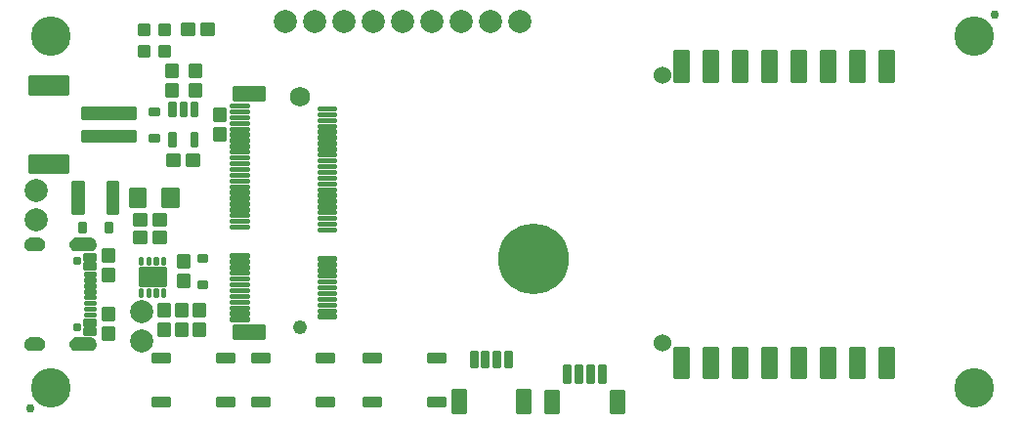
<source format=gts>
G04 EAGLE Gerber RS-274X export*
G75*
%MOMM*%
%FSLAX34Y34*%
%LPD*%
%INSoldermask Top*%
%IPPOS*%
%AMOC8*
5,1,8,0,0,1.08239X$1,22.5*%
G01*
%ADD10C,0.230578*%
%ADD11C,0.225369*%
%ADD12C,0.777000*%
%ADD13C,0.225400*%
%ADD14C,0.762000*%
%ADD15C,3.429000*%
%ADD16C,0.222250*%
%ADD17C,6.127000*%
%ADD18C,0.428259*%
%ADD19C,1.227000*%
%ADD20C,1.727000*%
%ADD21C,0.225588*%
%ADD22C,0.224509*%
%ADD23C,0.229050*%
%ADD24C,2.006600*%
%ADD25C,0.227100*%
%ADD26C,0.223409*%
%ADD27C,0.228319*%
%ADD28C,1.526997*%

G36*
X59034Y143834D02*
X59034Y143834D01*
X59037Y143831D01*
X60159Y143986D01*
X60164Y143991D01*
X60168Y143988D01*
X61239Y144359D01*
X61243Y144365D01*
X61248Y144363D01*
X62225Y144936D01*
X62228Y144942D01*
X62233Y144941D01*
X63080Y145694D01*
X63082Y145701D01*
X63087Y145701D01*
X63771Y146604D01*
X63771Y146611D01*
X63776Y146612D01*
X64271Y147631D01*
X64269Y147638D01*
X64274Y147640D01*
X64561Y148737D01*
X64559Y148741D01*
X64561Y148742D01*
X64559Y148744D01*
X64562Y148746D01*
X64629Y149877D01*
X64627Y149881D01*
X64629Y149883D01*
X64562Y151014D01*
X64557Y151019D01*
X64561Y151023D01*
X64274Y152120D01*
X64268Y152124D01*
X64271Y152129D01*
X63776Y153148D01*
X63770Y153151D01*
X63771Y153156D01*
X63087Y154059D01*
X63080Y154061D01*
X63080Y154066D01*
X62233Y154819D01*
X62226Y154819D01*
X62225Y154824D01*
X61248Y155397D01*
X61241Y155396D01*
X61239Y155401D01*
X60168Y155772D01*
X60162Y155769D01*
X60159Y155774D01*
X59037Y155929D01*
X59032Y155926D01*
X59030Y155929D01*
X47030Y155929D01*
X47025Y155926D01*
X47022Y155929D01*
X45755Y155724D01*
X45749Y155718D01*
X45745Y155721D01*
X44555Y155239D01*
X44551Y155232D01*
X44545Y155234D01*
X43492Y154500D01*
X43490Y154492D01*
X43484Y154493D01*
X42621Y153543D01*
X42620Y153534D01*
X42615Y153534D01*
X41985Y152415D01*
X41986Y152407D01*
X41980Y152405D01*
X41615Y151175D01*
X41618Y151167D01*
X41613Y151164D01*
X41531Y149883D01*
X41534Y149879D01*
X41531Y149877D01*
X41613Y148596D01*
X41619Y148590D01*
X41615Y148585D01*
X41980Y147355D01*
X41987Y147350D01*
X41985Y147345D01*
X42615Y146226D01*
X42622Y146223D01*
X42621Y146217D01*
X43484Y145267D01*
X43492Y145266D01*
X43492Y145260D01*
X44545Y144526D01*
X44553Y144526D01*
X44555Y144521D01*
X45745Y144039D01*
X45752Y144041D01*
X45755Y144036D01*
X47022Y143831D01*
X47027Y143834D01*
X47030Y143831D01*
X59030Y143831D01*
X59034Y143834D01*
G37*
G36*
X59034Y57434D02*
X59034Y57434D01*
X59037Y57431D01*
X60159Y57586D01*
X60164Y57591D01*
X60168Y57588D01*
X61239Y57959D01*
X61243Y57965D01*
X61248Y57963D01*
X62225Y58536D01*
X62228Y58542D01*
X62233Y58541D01*
X63080Y59294D01*
X63082Y59301D01*
X63087Y59301D01*
X63771Y60204D01*
X63771Y60211D01*
X63776Y60212D01*
X64271Y61231D01*
X64269Y61238D01*
X64274Y61240D01*
X64561Y62337D01*
X64559Y62341D01*
X64561Y62342D01*
X64559Y62344D01*
X64562Y62346D01*
X64629Y63477D01*
X64627Y63481D01*
X64629Y63483D01*
X64562Y64614D01*
X64557Y64619D01*
X64561Y64623D01*
X64274Y65720D01*
X64268Y65724D01*
X64271Y65729D01*
X63776Y66748D01*
X63770Y66751D01*
X63771Y66756D01*
X63087Y67659D01*
X63080Y67661D01*
X63080Y67666D01*
X62233Y68419D01*
X62226Y68419D01*
X62225Y68424D01*
X61248Y68997D01*
X61241Y68996D01*
X61239Y69001D01*
X60168Y69372D01*
X60162Y69369D01*
X60159Y69374D01*
X59037Y69529D01*
X59032Y69526D01*
X59030Y69529D01*
X47030Y69529D01*
X47025Y69526D01*
X47022Y69529D01*
X45755Y69324D01*
X45749Y69318D01*
X45745Y69321D01*
X44555Y68839D01*
X44551Y68832D01*
X44545Y68834D01*
X43492Y68100D01*
X43490Y68092D01*
X43484Y68093D01*
X42621Y67143D01*
X42620Y67134D01*
X42615Y67134D01*
X41985Y66015D01*
X41986Y66007D01*
X41980Y66005D01*
X41615Y64775D01*
X41618Y64767D01*
X41613Y64764D01*
X41531Y63483D01*
X41534Y63479D01*
X41531Y63477D01*
X41613Y62196D01*
X41619Y62190D01*
X41615Y62185D01*
X41980Y60955D01*
X41987Y60950D01*
X41985Y60945D01*
X42615Y59826D01*
X42622Y59823D01*
X42621Y59817D01*
X43484Y58867D01*
X43492Y58866D01*
X43492Y58860D01*
X44545Y58126D01*
X44553Y58126D01*
X44555Y58121D01*
X45745Y57639D01*
X45752Y57641D01*
X45755Y57636D01*
X47022Y57431D01*
X47027Y57434D01*
X47030Y57431D01*
X59030Y57431D01*
X59034Y57434D01*
G37*
G36*
X14233Y143833D02*
X14233Y143833D01*
X14235Y143831D01*
X15411Y143942D01*
X15416Y143947D01*
X15420Y143944D01*
X16552Y144282D01*
X16556Y144288D01*
X16561Y144286D01*
X17605Y144838D01*
X17608Y144845D01*
X17613Y144843D01*
X18529Y145589D01*
X18530Y145596D01*
X18536Y145596D01*
X19289Y146506D01*
X19289Y146513D01*
X19294Y146514D01*
X19855Y147553D01*
X19854Y147558D01*
X19858Y147560D01*
X19857Y147561D01*
X19859Y147562D01*
X20206Y148691D01*
X20206Y148692D01*
X20207Y148693D01*
X20204Y148697D01*
X20208Y148700D01*
X20329Y149875D01*
X20325Y149882D01*
X20329Y149886D01*
X20172Y151226D01*
X20167Y151232D01*
X20170Y151237D01*
X19719Y152508D01*
X19712Y152513D01*
X19714Y152518D01*
X18992Y153657D01*
X18984Y153660D01*
X18985Y153666D01*
X18027Y154616D01*
X18019Y154617D01*
X18018Y154623D01*
X16873Y155336D01*
X16865Y155335D01*
X16863Y155341D01*
X15587Y155781D01*
X15580Y155779D01*
X15577Y155783D01*
X14235Y155929D01*
X14232Y155927D01*
X14230Y155929D01*
X8230Y155929D01*
X8227Y155927D01*
X8224Y155929D01*
X6895Y155774D01*
X6889Y155768D01*
X6885Y155771D01*
X5624Y155324D01*
X5619Y155317D01*
X5614Y155319D01*
X4484Y154602D01*
X4481Y154595D01*
X4475Y154596D01*
X3533Y153646D01*
X3532Y153637D01*
X3526Y153637D01*
X2819Y152501D01*
X2820Y152493D01*
X2814Y152491D01*
X2378Y151226D01*
X2380Y151218D01*
X2375Y151216D01*
X2231Y149885D01*
X2235Y149879D01*
X2231Y149875D01*
X2341Y148709D01*
X2346Y148704D01*
X2343Y148700D01*
X2678Y147577D01*
X2684Y147573D01*
X2682Y147569D01*
X3230Y146533D01*
X3236Y146530D01*
X3235Y146525D01*
X3974Y145617D01*
X3981Y145615D01*
X3981Y145610D01*
X4883Y144863D01*
X4891Y144863D01*
X4891Y144858D01*
X5922Y144301D01*
X5929Y144302D01*
X5931Y144297D01*
X7050Y143953D01*
X7057Y143955D01*
X7060Y143951D01*
X8225Y143831D01*
X8228Y143833D01*
X8230Y143831D01*
X14230Y143831D01*
X14233Y143833D01*
G37*
G36*
X14233Y57433D02*
X14233Y57433D01*
X14235Y57431D01*
X15411Y57542D01*
X15416Y57547D01*
X15420Y57544D01*
X16552Y57882D01*
X16556Y57888D01*
X16561Y57886D01*
X17605Y58438D01*
X17608Y58445D01*
X17613Y58443D01*
X18529Y59189D01*
X18530Y59196D01*
X18536Y59196D01*
X19289Y60106D01*
X19289Y60113D01*
X19294Y60114D01*
X19855Y61153D01*
X19854Y61158D01*
X19858Y61160D01*
X19857Y61161D01*
X19859Y61162D01*
X20206Y62291D01*
X20206Y62292D01*
X20207Y62293D01*
X20204Y62297D01*
X20208Y62300D01*
X20329Y63475D01*
X20325Y63482D01*
X20329Y63486D01*
X20172Y64826D01*
X20167Y64832D01*
X20170Y64837D01*
X19719Y66108D01*
X19712Y66113D01*
X19714Y66118D01*
X18992Y67257D01*
X18984Y67260D01*
X18985Y67266D01*
X18027Y68216D01*
X18019Y68217D01*
X18018Y68223D01*
X16873Y68936D01*
X16865Y68935D01*
X16863Y68941D01*
X15587Y69381D01*
X15580Y69379D01*
X15577Y69383D01*
X14235Y69529D01*
X14232Y69527D01*
X14230Y69529D01*
X8230Y69529D01*
X8227Y69527D01*
X8224Y69529D01*
X6895Y69374D01*
X6889Y69368D01*
X6885Y69371D01*
X5624Y68924D01*
X5619Y68917D01*
X5614Y68919D01*
X4484Y68202D01*
X4481Y68195D01*
X4475Y68196D01*
X3533Y67246D01*
X3532Y67237D01*
X3526Y67237D01*
X2819Y66101D01*
X2820Y66093D01*
X2814Y66091D01*
X2378Y64826D01*
X2380Y64818D01*
X2375Y64816D01*
X2231Y63485D01*
X2235Y63479D01*
X2231Y63475D01*
X2341Y62309D01*
X2346Y62304D01*
X2343Y62300D01*
X2678Y61177D01*
X2684Y61173D01*
X2682Y61169D01*
X3230Y60133D01*
X3236Y60130D01*
X3235Y60125D01*
X3974Y59217D01*
X3981Y59215D01*
X3981Y59210D01*
X4883Y58463D01*
X4891Y58463D01*
X4891Y58458D01*
X5922Y57901D01*
X5929Y57902D01*
X5931Y57897D01*
X7050Y57553D01*
X7057Y57555D01*
X7060Y57551D01*
X8225Y57431D01*
X8228Y57433D01*
X8230Y57431D01*
X14230Y57431D01*
X14233Y57433D01*
G37*
D10*
X54348Y98198D02*
X54348Y100162D01*
X63312Y100162D01*
X63312Y98198D01*
X54348Y98198D01*
X54348Y103198D02*
X54348Y105162D01*
X63312Y105162D01*
X63312Y103198D01*
X54348Y103198D01*
D11*
X54322Y76938D02*
X54322Y71922D01*
X54322Y76938D02*
X63338Y76938D01*
X63338Y71922D01*
X54322Y71922D01*
X54322Y74063D02*
X63338Y74063D01*
X63338Y76204D02*
X54322Y76204D01*
X54322Y79672D02*
X54322Y84688D01*
X63338Y84688D01*
X63338Y79672D01*
X54322Y79672D01*
X54322Y81813D02*
X63338Y81813D01*
X63338Y83954D02*
X54322Y83954D01*
D10*
X54348Y88198D02*
X54348Y90162D01*
X63312Y90162D01*
X63312Y88198D01*
X54348Y88198D01*
X54348Y93198D02*
X54348Y95162D01*
X63312Y95162D01*
X63312Y93198D01*
X54348Y93198D01*
X63312Y113198D02*
X63312Y115162D01*
X63312Y113198D02*
X54348Y113198D01*
X54348Y115162D01*
X63312Y115162D01*
X63312Y110162D02*
X63312Y108198D01*
X54348Y108198D01*
X54348Y110162D01*
X63312Y110162D01*
D11*
X63338Y136422D02*
X63338Y141438D01*
X63338Y136422D02*
X54322Y136422D01*
X54322Y141438D01*
X63338Y141438D01*
X63338Y138563D02*
X54322Y138563D01*
X54322Y140704D02*
X63338Y140704D01*
X63338Y133688D02*
X63338Y128672D01*
X54322Y128672D01*
X54322Y133688D01*
X63338Y133688D01*
X63338Y130813D02*
X54322Y130813D01*
X54322Y132954D02*
X63338Y132954D01*
D10*
X63312Y125162D02*
X63312Y123198D01*
X54348Y123198D01*
X54348Y125162D01*
X63312Y125162D01*
X63312Y120162D02*
X63312Y118198D01*
X54348Y118198D01*
X54348Y120162D01*
X63312Y120162D01*
D12*
X47780Y135580D03*
X47780Y77780D03*
D13*
X70422Y135572D02*
X70422Y145588D01*
X79438Y145588D01*
X79438Y135572D01*
X70422Y135572D01*
X70422Y137713D02*
X79438Y137713D01*
X79438Y139854D02*
X70422Y139854D01*
X70422Y141995D02*
X79438Y141995D01*
X79438Y144136D02*
X70422Y144136D01*
X70422Y128588D02*
X70422Y118572D01*
X70422Y128588D02*
X79438Y128588D01*
X79438Y118572D01*
X70422Y118572D01*
X70422Y120713D02*
X79438Y120713D01*
X79438Y122854D02*
X70422Y122854D01*
X70422Y124995D02*
X79438Y124995D01*
X79438Y127136D02*
X70422Y127136D01*
X79438Y77788D02*
X79438Y67772D01*
X70422Y67772D01*
X70422Y77788D01*
X79438Y77788D01*
X79438Y69913D02*
X70422Y69913D01*
X70422Y72054D02*
X79438Y72054D01*
X79438Y74195D02*
X70422Y74195D01*
X70422Y76336D02*
X79438Y76336D01*
X79438Y84772D02*
X79438Y94788D01*
X79438Y84772D02*
X70422Y84772D01*
X70422Y94788D01*
X79438Y94788D01*
X79438Y86913D02*
X70422Y86913D01*
X70422Y89054D02*
X79438Y89054D01*
X79438Y91195D02*
X70422Y91195D01*
X70422Y93336D02*
X79438Y93336D01*
D14*
X7620Y7620D03*
X843280Y349250D03*
D15*
X825500Y330200D03*
X25400Y330200D03*
X825500Y25400D03*
X25400Y25400D03*
D16*
X169386Y17304D02*
X169386Y10636D01*
X169386Y17304D02*
X183674Y17304D01*
X183674Y10636D01*
X169386Y10636D01*
X169386Y12748D02*
X183674Y12748D01*
X183674Y14860D02*
X169386Y14860D01*
X169386Y16972D02*
X183674Y16972D01*
X113506Y17304D02*
X113506Y10636D01*
X113506Y17304D02*
X127794Y17304D01*
X127794Y10636D01*
X113506Y10636D01*
X113506Y12748D02*
X127794Y12748D01*
X127794Y14860D02*
X113506Y14860D01*
X113506Y16972D02*
X127794Y16972D01*
X169386Y48736D02*
X169386Y55404D01*
X183674Y55404D01*
X183674Y48736D01*
X169386Y48736D01*
X169386Y50848D02*
X183674Y50848D01*
X183674Y52960D02*
X169386Y52960D01*
X169386Y55072D02*
X183674Y55072D01*
X113506Y55404D02*
X113506Y48736D01*
X113506Y55404D02*
X127794Y55404D01*
X127794Y48736D01*
X113506Y48736D01*
X113506Y50848D02*
X127794Y50848D01*
X127794Y52960D02*
X113506Y52960D01*
X113506Y55072D02*
X127794Y55072D01*
X255746Y17304D02*
X255746Y10636D01*
X255746Y17304D02*
X270034Y17304D01*
X270034Y10636D01*
X255746Y10636D01*
X255746Y12748D02*
X270034Y12748D01*
X270034Y14860D02*
X255746Y14860D01*
X255746Y16972D02*
X270034Y16972D01*
X199866Y17304D02*
X199866Y10636D01*
X199866Y17304D02*
X214154Y17304D01*
X214154Y10636D01*
X199866Y10636D01*
X199866Y12748D02*
X214154Y12748D01*
X214154Y14860D02*
X199866Y14860D01*
X199866Y16972D02*
X214154Y16972D01*
X255746Y48736D02*
X255746Y55404D01*
X270034Y55404D01*
X270034Y48736D01*
X255746Y48736D01*
X255746Y50848D02*
X270034Y50848D01*
X270034Y52960D02*
X255746Y52960D01*
X255746Y55072D02*
X270034Y55072D01*
X199866Y55404D02*
X199866Y48736D01*
X199866Y55404D02*
X214154Y55404D01*
X214154Y48736D01*
X199866Y48736D01*
X199866Y50848D02*
X214154Y50848D01*
X214154Y52960D02*
X199866Y52960D01*
X199866Y55072D02*
X214154Y55072D01*
D17*
X443270Y137600D03*
D13*
X148908Y332042D02*
X138892Y332042D01*
X138892Y341058D01*
X148908Y341058D01*
X148908Y332042D01*
X148908Y334183D02*
X138892Y334183D01*
X138892Y336324D02*
X148908Y336324D01*
X148908Y338465D02*
X138892Y338465D01*
X138892Y340606D02*
X148908Y340606D01*
X155892Y332042D02*
X165908Y332042D01*
X155892Y332042D02*
X155892Y341058D01*
X165908Y341058D01*
X165908Y332042D01*
X165908Y334183D02*
X155892Y334183D01*
X155892Y336324D02*
X165908Y336324D01*
X165908Y338465D02*
X155892Y338465D01*
X155892Y340606D02*
X165908Y340606D01*
D18*
X109024Y340044D02*
X109024Y333056D01*
X102036Y333056D01*
X102036Y340044D01*
X109024Y340044D01*
X109024Y337125D02*
X102036Y337125D01*
X126564Y340044D02*
X126564Y333056D01*
X119576Y333056D01*
X119576Y340044D01*
X126564Y340044D01*
X126564Y337125D02*
X119576Y337125D01*
D19*
X241300Y77800D03*
D20*
X241300Y277800D03*
D10*
X195782Y86282D02*
X195782Y84318D01*
X181318Y84318D01*
X181318Y86282D01*
X195782Y86282D01*
D21*
X209557Y79807D02*
X209557Y68793D01*
X183043Y68793D01*
X183043Y79807D01*
X209557Y79807D01*
X209557Y70936D02*
X183043Y70936D01*
X183043Y73079D02*
X209557Y73079D01*
X209557Y75222D02*
X183043Y75222D01*
X183043Y77365D02*
X209557Y77365D01*
X209557Y79508D02*
X183043Y79508D01*
X209557Y275793D02*
X209557Y286807D01*
X209557Y275793D02*
X183043Y275793D01*
X183043Y286807D01*
X209557Y286807D01*
X209557Y277936D02*
X183043Y277936D01*
X183043Y280079D02*
X209557Y280079D01*
X209557Y282222D02*
X183043Y282222D01*
X183043Y284365D02*
X209557Y284365D01*
X209557Y286508D02*
X183043Y286508D01*
D10*
X271282Y88782D02*
X271282Y86818D01*
X256818Y86818D01*
X256818Y88782D01*
X271282Y88782D01*
X195782Y89318D02*
X195782Y91282D01*
X195782Y89318D02*
X181318Y89318D01*
X181318Y91282D01*
X195782Y91282D01*
X271282Y91818D02*
X271282Y93782D01*
X271282Y91818D02*
X256818Y91818D01*
X256818Y93782D01*
X271282Y93782D01*
X195782Y94318D02*
X195782Y96282D01*
X195782Y94318D02*
X181318Y94318D01*
X181318Y96282D01*
X195782Y96282D01*
X271282Y96818D02*
X271282Y98782D01*
X271282Y96818D02*
X256818Y96818D01*
X256818Y98782D01*
X271282Y98782D01*
X195782Y99318D02*
X195782Y101282D01*
X195782Y99318D02*
X181318Y99318D01*
X181318Y101282D01*
X195782Y101282D01*
X271282Y101818D02*
X271282Y103782D01*
X271282Y101818D02*
X256818Y101818D01*
X256818Y103782D01*
X271282Y103782D01*
X195782Y104318D02*
X195782Y106282D01*
X195782Y104318D02*
X181318Y104318D01*
X181318Y106282D01*
X195782Y106282D01*
X271282Y106818D02*
X271282Y108782D01*
X271282Y106818D02*
X256818Y106818D01*
X256818Y108782D01*
X271282Y108782D01*
X195782Y109318D02*
X195782Y111282D01*
X195782Y109318D02*
X181318Y109318D01*
X181318Y111282D01*
X195782Y111282D01*
X271282Y111818D02*
X271282Y113782D01*
X271282Y111818D02*
X256818Y111818D01*
X256818Y113782D01*
X271282Y113782D01*
X195782Y114318D02*
X195782Y116282D01*
X195782Y114318D02*
X181318Y114318D01*
X181318Y116282D01*
X195782Y116282D01*
X271282Y116818D02*
X271282Y118782D01*
X271282Y116818D02*
X256818Y116818D01*
X256818Y118782D01*
X271282Y118782D01*
X195782Y119318D02*
X195782Y121282D01*
X195782Y119318D02*
X181318Y119318D01*
X181318Y121282D01*
X195782Y121282D01*
X271282Y121818D02*
X271282Y123782D01*
X271282Y121818D02*
X256818Y121818D01*
X256818Y123782D01*
X271282Y123782D01*
X195782Y124318D02*
X195782Y126282D01*
X195782Y124318D02*
X181318Y124318D01*
X181318Y126282D01*
X195782Y126282D01*
X271282Y126818D02*
X271282Y128782D01*
X271282Y126818D02*
X256818Y126818D01*
X256818Y128782D01*
X271282Y128782D01*
X195782Y129318D02*
X195782Y131282D01*
X195782Y129318D02*
X181318Y129318D01*
X181318Y131282D01*
X195782Y131282D01*
X271282Y131818D02*
X271282Y133782D01*
X271282Y131818D02*
X256818Y131818D01*
X256818Y133782D01*
X271282Y133782D01*
X195782Y134318D02*
X195782Y136282D01*
X195782Y134318D02*
X181318Y134318D01*
X181318Y136282D01*
X195782Y136282D01*
X271282Y136818D02*
X271282Y138782D01*
X271282Y136818D02*
X256818Y136818D01*
X256818Y138782D01*
X271282Y138782D01*
X195782Y139318D02*
X195782Y141282D01*
X195782Y139318D02*
X181318Y139318D01*
X181318Y141282D01*
X195782Y141282D01*
X271282Y161818D02*
X271282Y163782D01*
X271282Y161818D02*
X256818Y161818D01*
X256818Y163782D01*
X271282Y163782D01*
X195782Y164318D02*
X195782Y166282D01*
X195782Y164318D02*
X181318Y164318D01*
X181318Y166282D01*
X195782Y166282D01*
X271282Y166818D02*
X271282Y168782D01*
X271282Y166818D02*
X256818Y166818D01*
X256818Y168782D01*
X271282Y168782D01*
X195782Y169318D02*
X195782Y171282D01*
X195782Y169318D02*
X181318Y169318D01*
X181318Y171282D01*
X195782Y171282D01*
X271282Y171818D02*
X271282Y173782D01*
X271282Y171818D02*
X256818Y171818D01*
X256818Y173782D01*
X271282Y173782D01*
X195782Y174318D02*
X195782Y176282D01*
X195782Y174318D02*
X181318Y174318D01*
X181318Y176282D01*
X195782Y176282D01*
X271282Y176818D02*
X271282Y178782D01*
X271282Y176818D02*
X256818Y176818D01*
X256818Y178782D01*
X271282Y178782D01*
X195782Y179318D02*
X195782Y181282D01*
X195782Y179318D02*
X181318Y179318D01*
X181318Y181282D01*
X195782Y181282D01*
X271282Y181818D02*
X271282Y183782D01*
X271282Y181818D02*
X256818Y181818D01*
X256818Y183782D01*
X271282Y183782D01*
X195782Y184318D02*
X195782Y186282D01*
X195782Y184318D02*
X181318Y184318D01*
X181318Y186282D01*
X195782Y186282D01*
X271282Y186818D02*
X271282Y188782D01*
X271282Y186818D02*
X256818Y186818D01*
X256818Y188782D01*
X271282Y188782D01*
X195782Y189318D02*
X195782Y191282D01*
X195782Y189318D02*
X181318Y189318D01*
X181318Y191282D01*
X195782Y191282D01*
X271282Y191818D02*
X271282Y193782D01*
X271282Y191818D02*
X256818Y191818D01*
X256818Y193782D01*
X271282Y193782D01*
X195782Y194318D02*
X195782Y196282D01*
X195782Y194318D02*
X181318Y194318D01*
X181318Y196282D01*
X195782Y196282D01*
X271282Y196818D02*
X271282Y198782D01*
X271282Y196818D02*
X256818Y196818D01*
X256818Y198782D01*
X271282Y198782D01*
X195782Y199318D02*
X195782Y201282D01*
X195782Y199318D02*
X181318Y199318D01*
X181318Y201282D01*
X195782Y201282D01*
X271282Y201818D02*
X271282Y203782D01*
X271282Y201818D02*
X256818Y201818D01*
X256818Y203782D01*
X271282Y203782D01*
X195782Y204318D02*
X195782Y206282D01*
X195782Y204318D02*
X181318Y204318D01*
X181318Y206282D01*
X195782Y206282D01*
X271282Y206818D02*
X271282Y208782D01*
X271282Y206818D02*
X256818Y206818D01*
X256818Y208782D01*
X271282Y208782D01*
X195782Y209318D02*
X195782Y211282D01*
X195782Y209318D02*
X181318Y209318D01*
X181318Y211282D01*
X195782Y211282D01*
X271282Y211818D02*
X271282Y213782D01*
X271282Y211818D02*
X256818Y211818D01*
X256818Y213782D01*
X271282Y213782D01*
X195782Y214318D02*
X195782Y216282D01*
X195782Y214318D02*
X181318Y214318D01*
X181318Y216282D01*
X195782Y216282D01*
X271282Y216818D02*
X271282Y218782D01*
X271282Y216818D02*
X256818Y216818D01*
X256818Y218782D01*
X271282Y218782D01*
X195782Y219318D02*
X195782Y221282D01*
X195782Y219318D02*
X181318Y219318D01*
X181318Y221282D01*
X195782Y221282D01*
X271282Y221818D02*
X271282Y223782D01*
X271282Y221818D02*
X256818Y221818D01*
X256818Y223782D01*
X271282Y223782D01*
X195782Y224318D02*
X195782Y226282D01*
X195782Y224318D02*
X181318Y224318D01*
X181318Y226282D01*
X195782Y226282D01*
X271282Y226818D02*
X271282Y228782D01*
X271282Y226818D02*
X256818Y226818D01*
X256818Y228782D01*
X271282Y228782D01*
X195782Y229318D02*
X195782Y231282D01*
X195782Y229318D02*
X181318Y229318D01*
X181318Y231282D01*
X195782Y231282D01*
X271282Y231818D02*
X271282Y233782D01*
X271282Y231818D02*
X256818Y231818D01*
X256818Y233782D01*
X271282Y233782D01*
X195782Y234318D02*
X195782Y236282D01*
X195782Y234318D02*
X181318Y234318D01*
X181318Y236282D01*
X195782Y236282D01*
X271282Y236818D02*
X271282Y238782D01*
X271282Y236818D02*
X256818Y236818D01*
X256818Y238782D01*
X271282Y238782D01*
X195782Y239318D02*
X195782Y241282D01*
X195782Y239318D02*
X181318Y239318D01*
X181318Y241282D01*
X195782Y241282D01*
X271282Y241818D02*
X271282Y243782D01*
X271282Y241818D02*
X256818Y241818D01*
X256818Y243782D01*
X271282Y243782D01*
X195782Y244318D02*
X195782Y246282D01*
X195782Y244318D02*
X181318Y244318D01*
X181318Y246282D01*
X195782Y246282D01*
X271282Y246818D02*
X271282Y248782D01*
X271282Y246818D02*
X256818Y246818D01*
X256818Y248782D01*
X271282Y248782D01*
X195782Y249318D02*
X195782Y251282D01*
X195782Y249318D02*
X181318Y249318D01*
X181318Y251282D01*
X195782Y251282D01*
X271282Y251818D02*
X271282Y253782D01*
X271282Y251818D02*
X256818Y251818D01*
X256818Y253782D01*
X271282Y253782D01*
X195782Y254318D02*
X195782Y256282D01*
X195782Y254318D02*
X181318Y254318D01*
X181318Y256282D01*
X195782Y256282D01*
X271282Y256818D02*
X271282Y258782D01*
X271282Y256818D02*
X256818Y256818D01*
X256818Y258782D01*
X271282Y258782D01*
X195782Y259318D02*
X195782Y261282D01*
X195782Y259318D02*
X181318Y259318D01*
X181318Y261282D01*
X195782Y261282D01*
X271282Y261818D02*
X271282Y263782D01*
X271282Y261818D02*
X256818Y261818D01*
X256818Y263782D01*
X271282Y263782D01*
X195782Y264318D02*
X195782Y266282D01*
X195782Y264318D02*
X181318Y264318D01*
X181318Y266282D01*
X195782Y266282D01*
X271282Y266818D02*
X271282Y268782D01*
X271282Y266818D02*
X256818Y266818D01*
X256818Y268782D01*
X271282Y268782D01*
X195782Y269318D02*
X195782Y271282D01*
X195782Y269318D02*
X181318Y269318D01*
X181318Y271282D01*
X195782Y271282D01*
D21*
X372893Y4543D02*
X383907Y4543D01*
X372893Y4543D02*
X372893Y23557D01*
X383907Y23557D01*
X383907Y4543D01*
X383907Y6686D02*
X372893Y6686D01*
X372893Y8829D02*
X383907Y8829D01*
X383907Y10972D02*
X372893Y10972D01*
X372893Y13115D02*
X383907Y13115D01*
X383907Y15258D02*
X372893Y15258D01*
X372893Y17401D02*
X383907Y17401D01*
X383907Y19544D02*
X372893Y19544D01*
X372893Y21687D02*
X383907Y21687D01*
X428893Y4543D02*
X439907Y4543D01*
X428893Y4543D02*
X428893Y23557D01*
X439907Y23557D01*
X439907Y4543D01*
X439907Y6686D02*
X428893Y6686D01*
X428893Y8829D02*
X439907Y8829D01*
X439907Y10972D02*
X428893Y10972D01*
X428893Y13115D02*
X439907Y13115D01*
X439907Y15258D02*
X428893Y15258D01*
X428893Y17401D02*
X439907Y17401D01*
X439907Y19544D02*
X428893Y19544D01*
X428893Y21687D02*
X439907Y21687D01*
D11*
X393908Y44542D02*
X388892Y44542D01*
X388892Y57058D01*
X393908Y57058D01*
X393908Y44542D01*
X393908Y46683D02*
X388892Y46683D01*
X388892Y48824D02*
X393908Y48824D01*
X393908Y50965D02*
X388892Y50965D01*
X388892Y53106D02*
X393908Y53106D01*
X393908Y55247D02*
X388892Y55247D01*
X398892Y44542D02*
X403908Y44542D01*
X398892Y44542D02*
X398892Y57058D01*
X403908Y57058D01*
X403908Y44542D01*
X403908Y46683D02*
X398892Y46683D01*
X398892Y48824D02*
X403908Y48824D01*
X403908Y50965D02*
X398892Y50965D01*
X398892Y53106D02*
X403908Y53106D01*
X403908Y55247D02*
X398892Y55247D01*
X408892Y44542D02*
X413908Y44542D01*
X408892Y44542D02*
X408892Y57058D01*
X413908Y57058D01*
X413908Y44542D01*
X413908Y46683D02*
X408892Y46683D01*
X408892Y48824D02*
X413908Y48824D01*
X413908Y50965D02*
X408892Y50965D01*
X408892Y53106D02*
X413908Y53106D01*
X413908Y55247D02*
X408892Y55247D01*
X418892Y44542D02*
X423908Y44542D01*
X418892Y44542D02*
X418892Y57058D01*
X423908Y57058D01*
X423908Y44542D01*
X423908Y46683D02*
X418892Y46683D01*
X418892Y48824D02*
X423908Y48824D01*
X423908Y50965D02*
X418892Y50965D01*
X418892Y53106D02*
X423908Y53106D01*
X423908Y55247D02*
X418892Y55247D01*
D13*
X97608Y239492D02*
X97608Y248508D01*
X97608Y239492D02*
X52592Y239492D01*
X52592Y248508D01*
X97608Y248508D01*
X97608Y241633D02*
X52592Y241633D01*
X52592Y243774D02*
X97608Y243774D01*
X97608Y245915D02*
X52592Y245915D01*
X52592Y248056D02*
X97608Y248056D01*
X97608Y259492D02*
X97608Y268508D01*
X97608Y259492D02*
X52592Y259492D01*
X52592Y268508D01*
X97608Y268508D01*
X97608Y261633D02*
X52592Y261633D01*
X52592Y263774D02*
X97608Y263774D01*
X97608Y265915D02*
X52592Y265915D01*
X52592Y268056D02*
X97608Y268056D01*
D22*
X39613Y227513D02*
X6587Y227513D01*
X39613Y227513D02*
X39613Y212487D01*
X6587Y212487D01*
X6587Y227513D01*
X6587Y214620D02*
X39613Y214620D01*
X39613Y216753D02*
X6587Y216753D01*
X6587Y218886D02*
X39613Y218886D01*
X39613Y221019D02*
X6587Y221019D01*
X6587Y223152D02*
X39613Y223152D01*
X39613Y225285D02*
X6587Y225285D01*
X6587Y227418D02*
X39613Y227418D01*
X39613Y295513D02*
X6587Y295513D01*
X39613Y295513D02*
X39613Y280487D01*
X6587Y280487D01*
X6587Y295513D01*
X6587Y282620D02*
X39613Y282620D01*
X39613Y284753D02*
X6587Y284753D01*
X6587Y286886D02*
X39613Y286886D01*
X39613Y289019D02*
X6587Y289019D01*
X6587Y291152D02*
X39613Y291152D01*
X39613Y293285D02*
X6587Y293285D01*
X6587Y295418D02*
X39613Y295418D01*
D10*
X102298Y105438D02*
X104262Y105438D01*
X102298Y105438D02*
X102298Y110902D01*
X104262Y110902D01*
X104262Y105438D01*
X104262Y107629D02*
X102298Y107629D01*
X102298Y109820D02*
X104262Y109820D01*
X108798Y105438D02*
X110762Y105438D01*
X108798Y105438D02*
X108798Y110902D01*
X110762Y110902D01*
X110762Y105438D01*
X110762Y107629D02*
X108798Y107629D01*
X108798Y109820D02*
X110762Y109820D01*
X115298Y105438D02*
X117262Y105438D01*
X115298Y105438D02*
X115298Y110902D01*
X117262Y110902D01*
X117262Y105438D01*
X117262Y107629D02*
X115298Y107629D01*
X115298Y109820D02*
X117262Y109820D01*
X121798Y105438D02*
X123762Y105438D01*
X121798Y105438D02*
X121798Y110902D01*
X123762Y110902D01*
X123762Y105438D01*
X123762Y107629D02*
X121798Y107629D01*
X121798Y109820D02*
X123762Y109820D01*
X123762Y138402D02*
X121798Y138402D01*
X123762Y138402D02*
X123762Y132938D01*
X121798Y132938D01*
X121798Y138402D01*
X121798Y135129D02*
X123762Y135129D01*
X123762Y137320D02*
X121798Y137320D01*
X117262Y138402D02*
X115298Y138402D01*
X117262Y138402D02*
X117262Y132938D01*
X115298Y132938D01*
X115298Y138402D01*
X115298Y135129D02*
X117262Y135129D01*
X117262Y137320D02*
X115298Y137320D01*
X110762Y138402D02*
X108798Y138402D01*
X110762Y138402D02*
X110762Y132938D01*
X108798Y132938D01*
X108798Y138402D01*
X108798Y135129D02*
X110762Y135129D01*
X110762Y137320D02*
X108798Y137320D01*
X104262Y138402D02*
X102298Y138402D01*
X104262Y138402D02*
X104262Y132938D01*
X102298Y132938D01*
X102298Y138402D01*
X102298Y135129D02*
X104262Y135129D01*
X104262Y137320D02*
X102298Y137320D01*
D22*
X101767Y114407D02*
X124293Y114407D01*
X101767Y114407D02*
X101767Y129433D01*
X124293Y129433D01*
X124293Y114407D01*
X124293Y116540D02*
X101767Y116540D01*
X101767Y118673D02*
X124293Y118673D01*
X124293Y120806D02*
X101767Y120806D01*
X101767Y122939D02*
X124293Y122939D01*
X124293Y125072D02*
X101767Y125072D01*
X101767Y127205D02*
X124293Y127205D01*
X124293Y129338D02*
X101767Y129338D01*
D13*
X97372Y151702D02*
X107388Y151702D01*
X97372Y151702D02*
X97372Y160718D01*
X107388Y160718D01*
X107388Y151702D01*
X107388Y153843D02*
X97372Y153843D01*
X97372Y155984D02*
X107388Y155984D01*
X107388Y158125D02*
X97372Y158125D01*
X97372Y160266D02*
X107388Y160266D01*
X114372Y151702D02*
X124388Y151702D01*
X114372Y151702D02*
X114372Y160718D01*
X124388Y160718D01*
X124388Y151702D01*
X124388Y153843D02*
X114372Y153843D01*
X114372Y155984D02*
X124388Y155984D01*
X124388Y158125D02*
X114372Y158125D01*
X114372Y160266D02*
X124388Y160266D01*
X107388Y166942D02*
X97372Y166942D01*
X97372Y175958D01*
X107388Y175958D01*
X107388Y166942D01*
X107388Y169083D02*
X97372Y169083D01*
X97372Y171224D02*
X107388Y171224D01*
X107388Y173365D02*
X97372Y173365D01*
X97372Y175506D02*
X107388Y175506D01*
X114372Y166942D02*
X124388Y166942D01*
X114372Y166942D02*
X114372Y175958D01*
X124388Y175958D01*
X124388Y166942D01*
X124388Y169083D02*
X114372Y169083D01*
X114372Y171224D02*
X124388Y171224D01*
X124388Y173365D02*
X114372Y173365D01*
X114372Y175506D02*
X124388Y175506D01*
D23*
X121810Y183010D02*
X121810Y197990D01*
X134790Y197990D01*
X134790Y183010D01*
X121810Y183010D01*
X121810Y185186D02*
X134790Y185186D01*
X134790Y187362D02*
X121810Y187362D01*
X121810Y189538D02*
X134790Y189538D01*
X134790Y191714D02*
X121810Y191714D01*
X121810Y193890D02*
X134790Y193890D01*
X134790Y196066D02*
X121810Y196066D01*
X93810Y197990D02*
X93810Y183010D01*
X93810Y197990D02*
X106790Y197990D01*
X106790Y183010D01*
X93810Y183010D01*
X93810Y185186D02*
X106790Y185186D01*
X106790Y187362D02*
X93810Y187362D01*
X93810Y189538D02*
X106790Y189538D01*
X106790Y191714D02*
X93810Y191714D01*
X93810Y193890D02*
X106790Y193890D01*
X106790Y196066D02*
X93810Y196066D01*
D24*
X104140Y91440D03*
X104140Y66040D03*
D13*
X135192Y130492D02*
X135192Y140508D01*
X144208Y140508D01*
X144208Y130492D01*
X135192Y130492D01*
X135192Y132633D02*
X144208Y132633D01*
X144208Y134774D02*
X135192Y134774D01*
X135192Y136915D02*
X144208Y136915D01*
X144208Y139056D02*
X135192Y139056D01*
X135192Y123508D02*
X135192Y113492D01*
X135192Y123508D02*
X144208Y123508D01*
X144208Y113492D01*
X135192Y113492D01*
X135192Y115633D02*
X144208Y115633D01*
X144208Y117774D02*
X135192Y117774D01*
X135192Y119915D02*
X144208Y119915D01*
X144208Y122056D02*
X135192Y122056D01*
D25*
X152560Y135850D02*
X152560Y141150D01*
X159860Y141150D01*
X159860Y135850D01*
X152560Y135850D01*
X152560Y138007D02*
X159860Y138007D01*
X159860Y140164D02*
X152560Y140164D01*
X152560Y118150D02*
X152560Y112850D01*
X152560Y118150D02*
X159860Y118150D01*
X159860Y112850D01*
X152560Y112850D01*
X152560Y115007D02*
X159860Y115007D01*
X159860Y117164D02*
X152560Y117164D01*
D13*
X118682Y98208D02*
X118682Y88192D01*
X118682Y98208D02*
X127698Y98208D01*
X127698Y88192D01*
X118682Y88192D01*
X118682Y90333D02*
X127698Y90333D01*
X127698Y92474D02*
X118682Y92474D01*
X118682Y94615D02*
X127698Y94615D01*
X127698Y96756D02*
X118682Y96756D01*
X118682Y81208D02*
X118682Y71192D01*
X118682Y81208D02*
X127698Y81208D01*
X127698Y71192D01*
X118682Y71192D01*
X118682Y73333D02*
X127698Y73333D01*
X127698Y75474D02*
X118682Y75474D01*
X118682Y77615D02*
X127698Y77615D01*
X127698Y79756D02*
X118682Y79756D01*
X133922Y88192D02*
X133922Y98208D01*
X142938Y98208D01*
X142938Y88192D01*
X133922Y88192D01*
X133922Y90333D02*
X142938Y90333D01*
X142938Y92474D02*
X133922Y92474D01*
X133922Y94615D02*
X142938Y94615D01*
X142938Y96756D02*
X133922Y96756D01*
X133922Y81208D02*
X133922Y71192D01*
X133922Y81208D02*
X142938Y81208D01*
X142938Y71192D01*
X133922Y71192D01*
X133922Y73333D02*
X142938Y73333D01*
X142938Y75474D02*
X133922Y75474D01*
X133922Y77615D02*
X142938Y77615D01*
X142938Y79756D02*
X133922Y79756D01*
X149162Y88192D02*
X149162Y98208D01*
X158178Y98208D01*
X158178Y88192D01*
X149162Y88192D01*
X149162Y90333D02*
X158178Y90333D01*
X158178Y92474D02*
X149162Y92474D01*
X149162Y94615D02*
X158178Y94615D01*
X158178Y96756D02*
X149162Y96756D01*
X149162Y81208D02*
X149162Y71192D01*
X149162Y81208D02*
X158178Y81208D01*
X158178Y71192D01*
X149162Y71192D01*
X149162Y73333D02*
X158178Y73333D01*
X158178Y75474D02*
X149162Y75474D01*
X149162Y77615D02*
X158178Y77615D01*
X158178Y79756D02*
X149162Y79756D01*
X53008Y176992D02*
X43992Y176992D01*
X43992Y204008D01*
X53008Y204008D01*
X53008Y176992D01*
X53008Y179133D02*
X43992Y179133D01*
X43992Y181274D02*
X53008Y181274D01*
X53008Y183415D02*
X43992Y183415D01*
X43992Y185556D02*
X53008Y185556D01*
X53008Y187697D02*
X43992Y187697D01*
X43992Y189838D02*
X53008Y189838D01*
X53008Y191979D02*
X43992Y191979D01*
X43992Y194120D02*
X53008Y194120D01*
X53008Y196261D02*
X43992Y196261D01*
X43992Y198402D02*
X53008Y198402D01*
X53008Y200543D02*
X43992Y200543D01*
X43992Y202684D02*
X53008Y202684D01*
X73992Y176992D02*
X83008Y176992D01*
X73992Y176992D02*
X73992Y204008D01*
X83008Y204008D01*
X83008Y176992D01*
X83008Y179133D02*
X73992Y179133D01*
X73992Y181274D02*
X83008Y181274D01*
X83008Y183415D02*
X73992Y183415D01*
X73992Y185556D02*
X83008Y185556D01*
X83008Y187697D02*
X73992Y187697D01*
X73992Y189838D02*
X83008Y189838D01*
X83008Y191979D02*
X73992Y191979D01*
X73992Y194120D02*
X83008Y194120D01*
X83008Y196261D02*
X73992Y196261D01*
X73992Y198402D02*
X83008Y198402D01*
X83008Y200543D02*
X73992Y200543D01*
X73992Y202684D02*
X83008Y202684D01*
D26*
X146932Y272519D02*
X151468Y272519D01*
X151468Y261483D01*
X146932Y261483D01*
X146932Y272519D01*
X146932Y263605D02*
X151468Y263605D01*
X151468Y265727D02*
X146932Y265727D01*
X146932Y267849D02*
X151468Y267849D01*
X151468Y269971D02*
X146932Y269971D01*
X146932Y272093D02*
X151468Y272093D01*
X141968Y272519D02*
X137432Y272519D01*
X141968Y272519D02*
X141968Y261483D01*
X137432Y261483D01*
X137432Y272519D01*
X137432Y263605D02*
X141968Y263605D01*
X141968Y265727D02*
X137432Y265727D01*
X137432Y267849D02*
X141968Y267849D01*
X141968Y269971D02*
X137432Y269971D01*
X137432Y272093D02*
X141968Y272093D01*
X132468Y272519D02*
X127932Y272519D01*
X132468Y272519D02*
X132468Y261483D01*
X127932Y261483D01*
X127932Y272519D01*
X127932Y263605D02*
X132468Y263605D01*
X132468Y265727D02*
X127932Y265727D01*
X127932Y267849D02*
X132468Y267849D01*
X132468Y269971D02*
X127932Y269971D01*
X127932Y272093D02*
X132468Y272093D01*
X132468Y246517D02*
X127932Y246517D01*
X132468Y246517D02*
X132468Y235481D01*
X127932Y235481D01*
X127932Y246517D01*
X127932Y237603D02*
X132468Y237603D01*
X132468Y239725D02*
X127932Y239725D01*
X127932Y241847D02*
X132468Y241847D01*
X132468Y243969D02*
X127932Y243969D01*
X127932Y246091D02*
X132468Y246091D01*
X146932Y246517D02*
X151468Y246517D01*
X151468Y235481D01*
X146932Y235481D01*
X146932Y246517D01*
X146932Y237603D02*
X151468Y237603D01*
X151468Y239725D02*
X146932Y239725D01*
X146932Y241847D02*
X151468Y241847D01*
X151468Y243969D02*
X146932Y243969D01*
X146932Y246091D02*
X151468Y246091D01*
D13*
X166942Y257492D02*
X166942Y267508D01*
X175958Y267508D01*
X175958Y257492D01*
X166942Y257492D01*
X166942Y259633D02*
X175958Y259633D01*
X175958Y261774D02*
X166942Y261774D01*
X166942Y263915D02*
X175958Y263915D01*
X175958Y266056D02*
X166942Y266056D01*
X166942Y250508D02*
X166942Y240492D01*
X166942Y250508D02*
X175958Y250508D01*
X175958Y240492D01*
X166942Y240492D01*
X166942Y242633D02*
X175958Y242633D01*
X175958Y244774D02*
X166942Y244774D01*
X166942Y246915D02*
X175958Y246915D01*
X175958Y249056D02*
X166942Y249056D01*
X134048Y278592D02*
X134048Y288608D01*
X134048Y278592D02*
X125032Y278592D01*
X125032Y288608D01*
X134048Y288608D01*
X134048Y280733D02*
X125032Y280733D01*
X125032Y282874D02*
X134048Y282874D01*
X134048Y285015D02*
X125032Y285015D01*
X125032Y287156D02*
X134048Y287156D01*
X134048Y295592D02*
X134048Y305608D01*
X134048Y295592D02*
X125032Y295592D01*
X125032Y305608D01*
X134048Y305608D01*
X134048Y297733D02*
X125032Y297733D01*
X125032Y299874D02*
X134048Y299874D01*
X134048Y302015D02*
X125032Y302015D01*
X125032Y304156D02*
X134048Y304156D01*
X136208Y219012D02*
X126192Y219012D01*
X126192Y228028D01*
X136208Y228028D01*
X136208Y219012D01*
X136208Y221153D02*
X126192Y221153D01*
X126192Y223294D02*
X136208Y223294D01*
X136208Y225435D02*
X126192Y225435D01*
X126192Y227576D02*
X136208Y227576D01*
X143192Y219012D02*
X153208Y219012D01*
X143192Y219012D02*
X143192Y228028D01*
X153208Y228028D01*
X153208Y219012D01*
X153208Y221153D02*
X143192Y221153D01*
X143192Y223294D02*
X153208Y223294D01*
X153208Y225435D02*
X143192Y225435D01*
X143192Y227576D02*
X153208Y227576D01*
D25*
X117950Y239850D02*
X117950Y245150D01*
X117950Y239850D02*
X110650Y239850D01*
X110650Y245150D01*
X117950Y245150D01*
X117950Y242007D02*
X110650Y242007D01*
X110650Y244164D02*
X117950Y244164D01*
X117950Y262850D02*
X117950Y268150D01*
X117950Y262850D02*
X110650Y262850D01*
X110650Y268150D01*
X117950Y268150D01*
X117950Y265007D02*
X110650Y265007D01*
X110650Y267164D02*
X117950Y267164D01*
D18*
X119576Y314006D02*
X119576Y320994D01*
X126564Y320994D01*
X126564Y314006D01*
X119576Y314006D01*
X119576Y318075D02*
X126564Y318075D01*
X102036Y320994D02*
X102036Y314006D01*
X102036Y320994D02*
X109024Y320994D01*
X109024Y314006D01*
X102036Y314006D01*
X102036Y318075D02*
X109024Y318075D01*
D13*
X145352Y305608D02*
X145352Y295592D01*
X145352Y305608D02*
X154368Y305608D01*
X154368Y295592D01*
X145352Y295592D01*
X145352Y297733D02*
X154368Y297733D01*
X154368Y299874D02*
X145352Y299874D01*
X145352Y302015D02*
X154368Y302015D01*
X154368Y304156D02*
X145352Y304156D01*
X145352Y288608D02*
X145352Y278592D01*
X145352Y288608D02*
X154368Y288608D01*
X154368Y278592D01*
X145352Y278592D01*
X145352Y280733D02*
X154368Y280733D01*
X154368Y282874D02*
X145352Y282874D01*
X145352Y285015D02*
X154368Y285015D01*
X154368Y287156D02*
X145352Y287156D01*
D24*
X12700Y196850D03*
X12700Y171450D03*
D25*
X72350Y168750D02*
X77650Y168750D01*
X77650Y161450D01*
X72350Y161450D01*
X72350Y168750D01*
X72350Y163607D02*
X77650Y163607D01*
X77650Y165764D02*
X72350Y165764D01*
X72350Y167921D02*
X77650Y167921D01*
X54650Y168750D02*
X49350Y168750D01*
X54650Y168750D02*
X54650Y161450D01*
X49350Y161450D01*
X49350Y168750D01*
X49350Y163607D02*
X54650Y163607D01*
X54650Y165764D02*
X49350Y165764D01*
X49350Y167921D02*
X54650Y167921D01*
D11*
X499952Y45228D02*
X504968Y45228D01*
X504968Y30712D01*
X499952Y30712D01*
X499952Y45228D01*
X499952Y32853D02*
X504968Y32853D01*
X504968Y34994D02*
X499952Y34994D01*
X499952Y37135D02*
X504968Y37135D01*
X504968Y39276D02*
X499952Y39276D01*
X499952Y41417D02*
X504968Y41417D01*
X504968Y43558D02*
X499952Y43558D01*
X494968Y45228D02*
X489952Y45228D01*
X494968Y45228D02*
X494968Y30712D01*
X489952Y30712D01*
X489952Y45228D01*
X489952Y32853D02*
X494968Y32853D01*
X494968Y34994D02*
X489952Y34994D01*
X489952Y37135D02*
X494968Y37135D01*
X494968Y39276D02*
X489952Y39276D01*
X489952Y41417D02*
X494968Y41417D01*
X494968Y43558D02*
X489952Y43558D01*
X484968Y45228D02*
X479952Y45228D01*
X484968Y45228D02*
X484968Y30712D01*
X479952Y30712D01*
X479952Y45228D01*
X479952Y32853D02*
X484968Y32853D01*
X484968Y34994D02*
X479952Y34994D01*
X479952Y37135D02*
X484968Y37135D01*
X484968Y39276D02*
X479952Y39276D01*
X479952Y41417D02*
X484968Y41417D01*
X484968Y43558D02*
X479952Y43558D01*
X474968Y45228D02*
X469952Y45228D01*
X474968Y45228D02*
X474968Y30712D01*
X469952Y30712D01*
X469952Y45228D01*
X469952Y32853D02*
X474968Y32853D01*
X474968Y34994D02*
X469952Y34994D01*
X469952Y37135D02*
X474968Y37135D01*
X474968Y39276D02*
X469952Y39276D01*
X469952Y41417D02*
X474968Y41417D01*
X474968Y43558D02*
X469952Y43558D01*
D21*
X509953Y23227D02*
X520967Y23227D01*
X520967Y4213D01*
X509953Y4213D01*
X509953Y23227D01*
X509953Y6356D02*
X520967Y6356D01*
X520967Y8499D02*
X509953Y8499D01*
X509953Y10642D02*
X520967Y10642D01*
X520967Y12785D02*
X509953Y12785D01*
X509953Y14928D02*
X520967Y14928D01*
X520967Y17071D02*
X509953Y17071D01*
X509953Y19214D02*
X520967Y19214D01*
X520967Y21357D02*
X509953Y21357D01*
X464967Y23227D02*
X453953Y23227D01*
X464967Y23227D02*
X464967Y4213D01*
X453953Y4213D01*
X453953Y23227D01*
X453953Y6356D02*
X464967Y6356D01*
X464967Y8499D02*
X453953Y8499D01*
X453953Y10642D02*
X464967Y10642D01*
X464967Y12785D02*
X453953Y12785D01*
X453953Y14928D02*
X464967Y14928D01*
X464967Y17071D02*
X453953Y17071D01*
X453953Y19214D02*
X464967Y19214D01*
X464967Y21357D02*
X453953Y21357D01*
D24*
X228600Y342900D03*
X254000Y342900D03*
X279400Y342900D03*
X304800Y342900D03*
X330200Y342900D03*
X355600Y342900D03*
X381000Y342900D03*
X406400Y342900D03*
X431800Y342900D03*
D27*
X755294Y317794D02*
X755294Y291806D01*
X743306Y291806D01*
X743306Y317794D01*
X755294Y317794D01*
X755294Y293975D02*
X743306Y293975D01*
X743306Y296144D02*
X755294Y296144D01*
X755294Y298313D02*
X743306Y298313D01*
X743306Y300482D02*
X755294Y300482D01*
X755294Y302651D02*
X743306Y302651D01*
X743306Y304820D02*
X755294Y304820D01*
X755294Y306989D02*
X743306Y306989D01*
X743306Y309158D02*
X755294Y309158D01*
X755294Y311327D02*
X743306Y311327D01*
X743306Y313496D02*
X755294Y313496D01*
X755294Y315665D02*
X743306Y315665D01*
X729894Y317794D02*
X729894Y291806D01*
X717906Y291806D01*
X717906Y317794D01*
X729894Y317794D01*
X729894Y293975D02*
X717906Y293975D01*
X717906Y296144D02*
X729894Y296144D01*
X729894Y298313D02*
X717906Y298313D01*
X717906Y300482D02*
X729894Y300482D01*
X729894Y302651D02*
X717906Y302651D01*
X717906Y304820D02*
X729894Y304820D01*
X729894Y306989D02*
X717906Y306989D01*
X717906Y309158D02*
X729894Y309158D01*
X729894Y311327D02*
X717906Y311327D01*
X717906Y313496D02*
X729894Y313496D01*
X729894Y315665D02*
X717906Y315665D01*
X704494Y317794D02*
X704494Y291806D01*
X692506Y291806D01*
X692506Y317794D01*
X704494Y317794D01*
X704494Y293975D02*
X692506Y293975D01*
X692506Y296144D02*
X704494Y296144D01*
X704494Y298313D02*
X692506Y298313D01*
X692506Y300482D02*
X704494Y300482D01*
X704494Y302651D02*
X692506Y302651D01*
X692506Y304820D02*
X704494Y304820D01*
X704494Y306989D02*
X692506Y306989D01*
X692506Y309158D02*
X704494Y309158D01*
X704494Y311327D02*
X692506Y311327D01*
X692506Y313496D02*
X704494Y313496D01*
X704494Y315665D02*
X692506Y315665D01*
X679094Y317794D02*
X679094Y291806D01*
X667106Y291806D01*
X667106Y317794D01*
X679094Y317794D01*
X679094Y293975D02*
X667106Y293975D01*
X667106Y296144D02*
X679094Y296144D01*
X679094Y298313D02*
X667106Y298313D01*
X667106Y300482D02*
X679094Y300482D01*
X679094Y302651D02*
X667106Y302651D01*
X667106Y304820D02*
X679094Y304820D01*
X679094Y306989D02*
X667106Y306989D01*
X667106Y309158D02*
X679094Y309158D01*
X679094Y311327D02*
X667106Y311327D01*
X667106Y313496D02*
X679094Y313496D01*
X679094Y315665D02*
X667106Y315665D01*
X653694Y317794D02*
X653694Y291806D01*
X641706Y291806D01*
X641706Y317794D01*
X653694Y317794D01*
X653694Y293975D02*
X641706Y293975D01*
X641706Y296144D02*
X653694Y296144D01*
X653694Y298313D02*
X641706Y298313D01*
X641706Y300482D02*
X653694Y300482D01*
X653694Y302651D02*
X641706Y302651D01*
X641706Y304820D02*
X653694Y304820D01*
X653694Y306989D02*
X641706Y306989D01*
X641706Y309158D02*
X653694Y309158D01*
X653694Y311327D02*
X641706Y311327D01*
X641706Y313496D02*
X653694Y313496D01*
X653694Y315665D02*
X641706Y315665D01*
X628294Y317794D02*
X628294Y291806D01*
X616306Y291806D01*
X616306Y317794D01*
X628294Y317794D01*
X628294Y293975D02*
X616306Y293975D01*
X616306Y296144D02*
X628294Y296144D01*
X628294Y298313D02*
X616306Y298313D01*
X616306Y300482D02*
X628294Y300482D01*
X628294Y302651D02*
X616306Y302651D01*
X616306Y304820D02*
X628294Y304820D01*
X628294Y306989D02*
X616306Y306989D01*
X616306Y309158D02*
X628294Y309158D01*
X628294Y311327D02*
X616306Y311327D01*
X616306Y313496D02*
X628294Y313496D01*
X628294Y315665D02*
X616306Y315665D01*
X602894Y317794D02*
X602894Y291806D01*
X590906Y291806D01*
X590906Y317794D01*
X602894Y317794D01*
X602894Y293975D02*
X590906Y293975D01*
X590906Y296144D02*
X602894Y296144D01*
X602894Y298313D02*
X590906Y298313D01*
X590906Y300482D02*
X602894Y300482D01*
X602894Y302651D02*
X590906Y302651D01*
X590906Y304820D02*
X602894Y304820D01*
X602894Y306989D02*
X590906Y306989D01*
X590906Y309158D02*
X602894Y309158D01*
X602894Y311327D02*
X590906Y311327D01*
X590906Y313496D02*
X602894Y313496D01*
X602894Y315665D02*
X590906Y315665D01*
X577494Y317794D02*
X577494Y291806D01*
X565506Y291806D01*
X565506Y317794D01*
X577494Y317794D01*
X577494Y293975D02*
X565506Y293975D01*
X565506Y296144D02*
X577494Y296144D01*
X577494Y298313D02*
X565506Y298313D01*
X565506Y300482D02*
X577494Y300482D01*
X577494Y302651D02*
X565506Y302651D01*
X565506Y304820D02*
X577494Y304820D01*
X577494Y306989D02*
X565506Y306989D01*
X565506Y309158D02*
X577494Y309158D01*
X577494Y311327D02*
X565506Y311327D01*
X565506Y313496D02*
X577494Y313496D01*
X577494Y315665D02*
X565506Y315665D01*
X755294Y60594D02*
X755294Y34606D01*
X743306Y34606D01*
X743306Y60594D01*
X755294Y60594D01*
X755294Y36775D02*
X743306Y36775D01*
X743306Y38944D02*
X755294Y38944D01*
X755294Y41113D02*
X743306Y41113D01*
X743306Y43282D02*
X755294Y43282D01*
X755294Y45451D02*
X743306Y45451D01*
X743306Y47620D02*
X755294Y47620D01*
X755294Y49789D02*
X743306Y49789D01*
X743306Y51958D02*
X755294Y51958D01*
X755294Y54127D02*
X743306Y54127D01*
X743306Y56296D02*
X755294Y56296D01*
X755294Y58465D02*
X743306Y58465D01*
X729894Y60594D02*
X729894Y34606D01*
X717906Y34606D01*
X717906Y60594D01*
X729894Y60594D01*
X729894Y36775D02*
X717906Y36775D01*
X717906Y38944D02*
X729894Y38944D01*
X729894Y41113D02*
X717906Y41113D01*
X717906Y43282D02*
X729894Y43282D01*
X729894Y45451D02*
X717906Y45451D01*
X717906Y47620D02*
X729894Y47620D01*
X729894Y49789D02*
X717906Y49789D01*
X717906Y51958D02*
X729894Y51958D01*
X729894Y54127D02*
X717906Y54127D01*
X717906Y56296D02*
X729894Y56296D01*
X729894Y58465D02*
X717906Y58465D01*
X704494Y60594D02*
X704494Y34606D01*
X692506Y34606D01*
X692506Y60594D01*
X704494Y60594D01*
X704494Y36775D02*
X692506Y36775D01*
X692506Y38944D02*
X704494Y38944D01*
X704494Y41113D02*
X692506Y41113D01*
X692506Y43282D02*
X704494Y43282D01*
X704494Y45451D02*
X692506Y45451D01*
X692506Y47620D02*
X704494Y47620D01*
X704494Y49789D02*
X692506Y49789D01*
X692506Y51958D02*
X704494Y51958D01*
X704494Y54127D02*
X692506Y54127D01*
X692506Y56296D02*
X704494Y56296D01*
X704494Y58465D02*
X692506Y58465D01*
X679094Y60594D02*
X679094Y34606D01*
X667106Y34606D01*
X667106Y60594D01*
X679094Y60594D01*
X679094Y36775D02*
X667106Y36775D01*
X667106Y38944D02*
X679094Y38944D01*
X679094Y41113D02*
X667106Y41113D01*
X667106Y43282D02*
X679094Y43282D01*
X679094Y45451D02*
X667106Y45451D01*
X667106Y47620D02*
X679094Y47620D01*
X679094Y49789D02*
X667106Y49789D01*
X667106Y51958D02*
X679094Y51958D01*
X679094Y54127D02*
X667106Y54127D01*
X667106Y56296D02*
X679094Y56296D01*
X679094Y58465D02*
X667106Y58465D01*
X653694Y60594D02*
X653694Y34606D01*
X641706Y34606D01*
X641706Y60594D01*
X653694Y60594D01*
X653694Y36775D02*
X641706Y36775D01*
X641706Y38944D02*
X653694Y38944D01*
X653694Y41113D02*
X641706Y41113D01*
X641706Y43282D02*
X653694Y43282D01*
X653694Y45451D02*
X641706Y45451D01*
X641706Y47620D02*
X653694Y47620D01*
X653694Y49789D02*
X641706Y49789D01*
X641706Y51958D02*
X653694Y51958D01*
X653694Y54127D02*
X641706Y54127D01*
X641706Y56296D02*
X653694Y56296D01*
X653694Y58465D02*
X641706Y58465D01*
X628294Y60594D02*
X628294Y34606D01*
X616306Y34606D01*
X616306Y60594D01*
X628294Y60594D01*
X628294Y36775D02*
X616306Y36775D01*
X616306Y38944D02*
X628294Y38944D01*
X628294Y41113D02*
X616306Y41113D01*
X616306Y43282D02*
X628294Y43282D01*
X628294Y45451D02*
X616306Y45451D01*
X616306Y47620D02*
X628294Y47620D01*
X628294Y49789D02*
X616306Y49789D01*
X616306Y51958D02*
X628294Y51958D01*
X628294Y54127D02*
X616306Y54127D01*
X616306Y56296D02*
X628294Y56296D01*
X628294Y58465D02*
X616306Y58465D01*
X602894Y60594D02*
X602894Y34606D01*
X590906Y34606D01*
X590906Y60594D01*
X602894Y60594D01*
X602894Y36775D02*
X590906Y36775D01*
X590906Y38944D02*
X602894Y38944D01*
X602894Y41113D02*
X590906Y41113D01*
X590906Y43282D02*
X602894Y43282D01*
X602894Y45451D02*
X590906Y45451D01*
X590906Y47620D02*
X602894Y47620D01*
X602894Y49789D02*
X590906Y49789D01*
X590906Y51958D02*
X602894Y51958D01*
X602894Y54127D02*
X590906Y54127D01*
X590906Y56296D02*
X602894Y56296D01*
X602894Y58465D02*
X590906Y58465D01*
X577494Y60594D02*
X577494Y34606D01*
X565506Y34606D01*
X565506Y60594D01*
X577494Y60594D01*
X577494Y36775D02*
X565506Y36775D01*
X565506Y38944D02*
X577494Y38944D01*
X577494Y41113D02*
X565506Y41113D01*
X565506Y43282D02*
X577494Y43282D01*
X577494Y45451D02*
X565506Y45451D01*
X565506Y47620D02*
X577494Y47620D01*
X577494Y49789D02*
X565506Y49789D01*
X565506Y51958D02*
X577494Y51958D01*
X577494Y54127D02*
X565506Y54127D01*
X565506Y56296D02*
X577494Y56296D01*
X577494Y58465D02*
X565506Y58465D01*
D28*
X554990Y296944D03*
X554990Y64944D03*
D16*
X352266Y17304D02*
X352266Y10636D01*
X352266Y17304D02*
X366554Y17304D01*
X366554Y10636D01*
X352266Y10636D01*
X352266Y12748D02*
X366554Y12748D01*
X366554Y14860D02*
X352266Y14860D01*
X352266Y16972D02*
X366554Y16972D01*
X296386Y17304D02*
X296386Y10636D01*
X296386Y17304D02*
X310674Y17304D01*
X310674Y10636D01*
X296386Y10636D01*
X296386Y12748D02*
X310674Y12748D01*
X310674Y14860D02*
X296386Y14860D01*
X296386Y16972D02*
X310674Y16972D01*
X352266Y48736D02*
X352266Y55404D01*
X366554Y55404D01*
X366554Y48736D01*
X352266Y48736D01*
X352266Y50848D02*
X366554Y50848D01*
X366554Y52960D02*
X352266Y52960D01*
X352266Y55072D02*
X366554Y55072D01*
X296386Y55404D02*
X296386Y48736D01*
X296386Y55404D02*
X310674Y55404D01*
X310674Y48736D01*
X296386Y48736D01*
X296386Y50848D02*
X310674Y50848D01*
X310674Y52960D02*
X296386Y52960D01*
X296386Y55072D02*
X310674Y55072D01*
M02*

</source>
